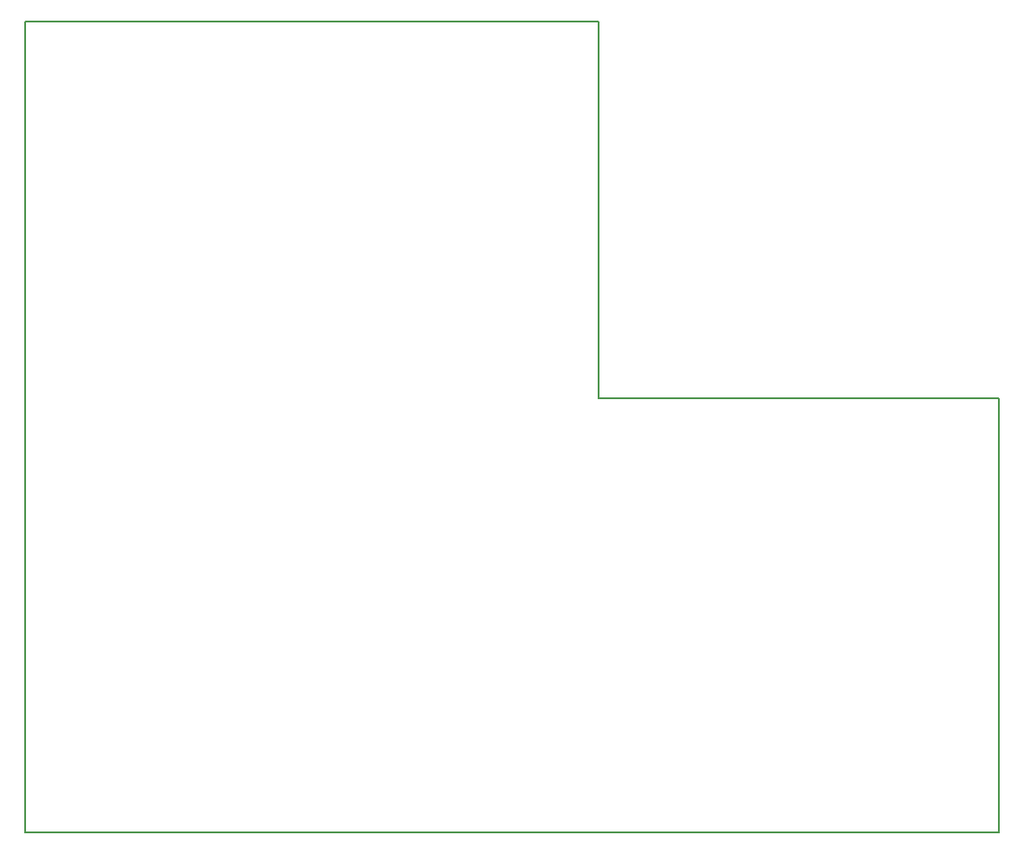
<source format=gko>
G04*
G04 #@! TF.GenerationSoftware,Altium Limited,Altium Designer,19.1.5 (86)*
G04*
G04 Layer_Color=16711935*
%FSLAX25Y25*%
%MOIN*%
G70*
G01*
G75*
%ADD12C,0.00500*%
D12*
X337500Y476500D02*
X550600D01*
X699200Y175137D02*
Y336400D01*
X550600D02*
Y476500D01*
Y336400D02*
X699200D01*
X337500Y175137D02*
X699200D01*
X337500Y476500D02*
X337500Y175137D01*
M02*

</source>
